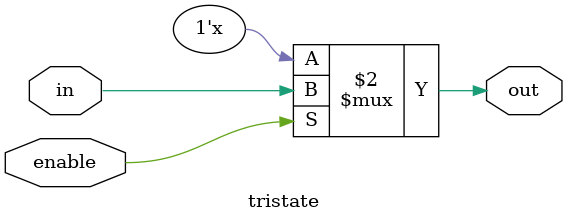
<source format=v>
module MUX2_1 (in1, in2, sel, out);
	input in1, in2, sel;
	output out;
	
	assign out = sel ? in2 : in1;
	
endmodule


///////////////////////////////////////////////////////////////////
//		Multiplexer 4 - 1
///////////////////////////////////////////////////////////////////
module MUX4_1 (in1, in2, in3, in4, sel, out);
	
	input in1, in2, in3, in4;
	input [1:0] sel;
	output out;
	
	assign out = (sel == 2'b00) ? in1 :
				 (sel == 2'b01) ? in2 :
				 (sel == 2'b10) ? in3 : in4;
				 
endmodule


///////////////////////////////////////////////////////////////////
//		D FlipFlop
///////////////////////////////////////////////////////////////////
module D_FF(D, CLK, RstBar, Q);

	input D, CLK, RstBar;
	output reg Q;

	always @(posedge CLK or negedge RstBar) begin
		if(RstBar == 1'b0)
			Q = 1'b0;
		else if (CLK == 1'b1)
			Q = D;
	end
	
endmodule


///////////////////////////////////////////////////////////////////
//		Tri-State
///////////////////////////////////////////////////////////////////
module tristate(in, enable, out);
  
  input in , enable;
  output out;
  
  assign out = (enable == 1'b1) ? in : 1'bX;
  
endmodule






</source>
